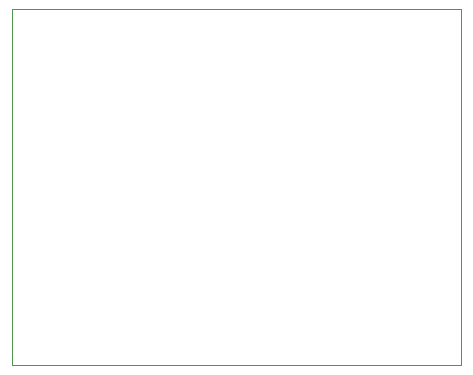
<source format=gbr>
%TF.GenerationSoftware,KiCad,Pcbnew,7.0.1*%
%TF.CreationDate,2024-04-05T01:09:51+05:30*%
%TF.ProjectId,stm32spi_new,73746d33-3273-4706-995f-6e65772e6b69,rev?*%
%TF.SameCoordinates,Original*%
%TF.FileFunction,Profile,NP*%
%FSLAX46Y46*%
G04 Gerber Fmt 4.6, Leading zero omitted, Abs format (unit mm)*
G04 Created by KiCad (PCBNEW 7.0.1) date 2024-04-05 01:09:51*
%MOMM*%
%LPD*%
G01*
G04 APERTURE LIST*
%TA.AperFunction,Profile*%
%ADD10C,0.100000*%
%TD*%
G04 APERTURE END LIST*
D10*
X141280000Y-87480000D02*
X179340000Y-87480000D01*
X179340000Y-117635000D01*
X141280000Y-117635000D01*
X141280000Y-87480000D01*
M02*

</source>
